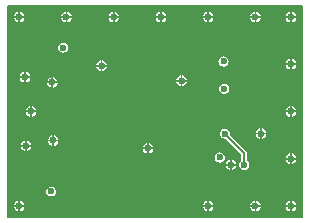
<source format=gbl>
%FSTAX23Y23*%
%MOMM*%
%SFA1B1*%

%IPPOS*%
%ADD23C,0.200000*%
%ADD25C,0.599999*%
%ADD26C,1.015998*%
%ADD48C,0.127000*%
%ADD49C,0.253999*%
%ADD50C,0.507999*%
%ADD51C,2.031996*%
%ADD52C,4.063992*%
%ADD53C,8.127984*%
%LNprogramming_dongle_pcb-1*%
%LPD*%
G54D48*
X50336Y25463D02*
X25463D01*
Y43336*
X50336*
Y25463*
G54D49*
X50209Y2559D02*
X2559D01*
Y43209*
X50209*
Y2559*
G54D50*
X49955Y25844D02*
X25844D01*
Y42955*
X49955*
Y25844*
G54D26*
X49447Y26352D02*
X26352D01*
Y42447*
X49447*
Y26352*
G54D51*
X48431Y27368D02*
X27368D01*
Y41431*
X48431*
Y27368*
G54D52*
X46399Y294D02*
X294D01*
Y39399*
X46399*
Y294*
G54D53*
X42335Y33464D02*
X33464D01*
Y35335*
X42335*
Y33464*
%LNprogramming_dongle_pcb-2*%
%LPC*%
G36*
X29199Y31862D02*
X2883D01*
X28836Y31819*
X28881Y3171*
X28954Y31616*
X29048Y31544*
X29157Y31499*
X29199Y31493*
Y31862*
G37*
G36*
X37374Y31718D02*
Y31349D01*
X37743*
X37738Y31392*
X37693Y31501*
X3762Y31595*
X37526Y31668*
X37417Y31713*
X37374Y31718*
G37*
G36*
X37224D02*
X37182Y31713D01*
X37073Y31668*
X36978Y31595*
X36906Y31501*
X36861Y31392*
X36855Y31349*
X37224*
Y31718*
G37*
G36*
X27049Y31931D02*
Y31562D01*
X27418*
X27413Y31604*
X27368Y31714*
X27295Y31808*
X27201Y3188*
X27092Y31925*
X27049Y31931*
G37*
G36*
X26899D02*
X26857Y31925D01*
X26748Y3188*
X26654Y31808*
X26581Y31714*
X26536Y31604*
X2653Y31562*
X26899*
Y31931*
G37*
G36*
X29718Y31862D02*
X29349D01*
Y31493*
X29392Y31499*
X29501Y31544*
X29595Y31616*
X29668Y3171*
X29713Y31819*
X29718Y31862*
G37*
G36*
X37224Y31199D02*
X36855D01*
X36861Y31157*
X36906Y31048*
X36978Y30954*
X37073Y30881*
X37182Y30836*
X37224Y3083*
Y31199*
G37*
G36*
X49474Y30843D02*
Y30474D01*
X49843*
X49838Y30517*
X49793Y30626*
X4972Y3072*
X49626Y30793*
X49517Y30838*
X49474Y30843*
G37*
G36*
X49324D02*
X49282Y30838D01*
X49173Y30793*
X49079Y3072*
X49006Y30626*
X48961Y30517*
X48955Y30474*
X49324*
Y30843*
G37*
G36*
X27418Y31412D02*
X27049D01*
Y31043*
X27092Y31049*
X27201Y31094*
X27295Y31166*
X27368Y3126*
X27413Y31369*
X27418Y31412*
G37*
G36*
X26899D02*
X2653D01*
X26536Y31369*
X26581Y3126*
X26654Y31166*
X26748Y31094*
X26857Y31049*
X26899Y31043*
Y31412*
G37*
G36*
X37743Y31199D02*
X37374D01*
Y3083*
X37417Y30836*
X37526Y30881*
X3762Y30954*
X37693Y31048*
X37738Y31157*
X37743Y31199*
G37*
G36*
X29199Y32381D02*
X29157Y32375D01*
X29048Y3233*
X28954Y32258*
X28881Y32164*
X28836Y32054*
X2883Y32012*
X29199*
Y32381*
G37*
G36*
X49843Y34324D02*
X49474D01*
Y33955*
X49517Y33961*
X49626Y34006*
X4972Y34079*
X49793Y34173*
X49838Y34282*
X49843Y34324*
G37*
G36*
X49324D02*
X48955D01*
X48961Y34282*
X49006Y34173*
X49079Y34079*
X49173Y34006*
X49282Y33961*
X49324Y33955*
Y34324*
G37*
G36*
X27843D02*
X27474D01*
Y33955*
X27517Y33961*
X27626Y34006*
X2772Y34079*
X27793Y34173*
X27838Y34282*
X27843Y34324*
G37*
G36*
X49324Y34843D02*
X49282Y34838D01*
X49173Y34793*
X49079Y3472*
X49006Y34626*
X48961Y34517*
X48955Y34474*
X49324*
Y34843*
G37*
G36*
X27474D02*
Y34474D01*
X27843*
X27838Y34517*
X27793Y34626*
X2772Y3472*
X27626Y34793*
X27517Y34838*
X27474Y34843*
G37*
G36*
X27324D02*
X27282Y34838D01*
X27173Y34793*
X27079Y3472*
X27006Y34626*
X26961Y34517*
X26955Y34474*
X27324*
Y34843*
G37*
G36*
X47318Y32449D02*
X46949D01*
Y3208*
X46992Y32086*
X47101Y32131*
X47195Y32204*
X47268Y32298*
X47313Y32407*
X47318Y32449*
G37*
G36*
X46799D02*
X4643D01*
X46436Y32407*
X46481Y32298*
X46554Y32204*
X46648Y32131*
X46757Y32086*
X46799Y3208*
Y32449*
G37*
G36*
X29349Y32381D02*
Y32012D01*
X29718*
X29713Y32054*
X29668Y32164*
X29595Y32258*
X29501Y3233*
X29392Y32375*
X29349Y32381*
G37*
G36*
X27324Y34324D02*
X26955D01*
X26961Y34282*
X27006Y34173*
X27079Y34079*
X27173Y34006*
X27282Y33961*
X27324Y33955*
Y34324*
G37*
G36*
X46949Y32968D02*
Y32599D01*
X47318*
X47313Y32642*
X47268Y32751*
X47195Y32845*
X47101Y32918*
X46992Y32963*
X46949Y32968*
G37*
G36*
X46799D02*
X46757Y32963D01*
X46648Y32918*
X46554Y32845*
X46481Y32751*
X46436Y32642*
X4643Y32599*
X46799*
Y32968*
G37*
G36*
X26324Y26843D02*
X26282Y26838D01*
X26173Y26793*
X26079Y2672*
X26006Y26626*
X25961Y26517*
X25955Y26474*
X26324*
Y26843*
G37*
G36*
X49843Y26324D02*
X49474D01*
Y25955*
X49517Y25961*
X49626Y26006*
X4972Y26079*
X49793Y26173*
X49838Y26282*
X49843Y26324*
G37*
G36*
X49324D02*
X48955D01*
X48961Y26282*
X49006Y26173*
X49079Y26079*
X49173Y26006*
X49282Y25961*
X49324Y25955*
Y26324*
G37*
G36*
X42474Y26843D02*
Y26474D01*
X42843*
X42838Y26517*
X42793Y26626*
X4272Y2672*
X42626Y26793*
X42517Y26838*
X42474Y26843*
G37*
G36*
X42324D02*
X42282Y26838D01*
X42173Y26793*
X42078Y2672*
X42006Y26626*
X41961Y26517*
X41955Y26474*
X42324*
Y26843*
G37*
G36*
X26474D02*
Y26474D01*
X26843*
X26838Y26517*
X26793Y26626*
X2672Y2672*
X26626Y26793*
X26517Y26838*
X26474Y26843*
G37*
G36*
X42324Y26324D02*
X41955D01*
X41961Y26282*
X42006Y26173*
X42078Y26079*
X42173Y26006*
X42282Y25961*
X42324Y25955*
Y26324*
G37*
G36*
X26843D02*
X26474D01*
Y25955*
X26517Y25961*
X26626Y26006*
X2672Y26079*
X26793Y26173*
X26838Y26282*
X26843Y26324*
G37*
G36*
X26324D02*
X25955D01*
X25961Y26282*
X26006Y26173*
X26079Y26079*
X26173Y26006*
X26282Y25961*
X26324Y25955*
Y26324*
G37*
G36*
X46843D02*
X46474D01*
Y25955*
X46517Y25961*
X46626Y26006*
X4672Y26079*
X46793Y26173*
X46838Y26282*
X46843Y26324*
G37*
G36*
X46324D02*
X45955D01*
X45961Y26282*
X46006Y26173*
X46079Y26079*
X46173Y26006*
X46282Y25961*
X46324Y25955*
Y26324*
G37*
G36*
X42843D02*
X42474D01*
Y25955*
X42517Y25961*
X42626Y26006*
X4272Y26079*
X42793Y26173*
X42838Y26282*
X42843Y26324*
G37*
G36*
X46324Y26843D02*
X46282Y26838D01*
X46173Y26793*
X46079Y2672*
X46006Y26626*
X45961Y26517*
X45955Y26474*
X46324*
Y26843*
G37*
G36*
X44399Y30318D02*
Y29949D01*
X44768*
X44763Y29992*
X44718Y30101*
X44645Y30195*
X44551Y30268*
X44442Y30313*
X44399Y30318*
G37*
G36*
X44249D02*
X44207Y30313D01*
X44098Y30268*
X44004Y30195*
X43931Y30101*
X43886Y29992*
X4388Y29949*
X44249*
Y30318*
G37*
G36*
X43815Y32948D02*
X43705Y32934D01*
X43601Y32891*
X43512Y32823*
X43444Y32734*
X43401Y3263*
X43387Y32519*
X43401Y32408*
X43444Y32305*
X43512Y32216*
X43601Y32148*
X43705Y32105*
X43815Y32091*
X43908Y32103*
X4522Y3079*
Y30234*
X45146Y30178*
X45078Y30089*
X45035Y29985*
X45021Y29874*
X45035Y29763*
X45078Y2966*
X45146Y29571*
X45235Y29503*
X45339Y2946*
X45449Y29446*
X4556Y2946*
X45664Y29503*
X45753Y29571*
X45821Y2966*
X45864Y29763*
X45878Y29874*
X45864Y29985*
X45821Y30089*
X45753Y30178*
X45679Y30234*
Y30885*
X45664Y30959*
X45661Y30973*
X45612Y31048*
X44232Y32427*
X44244Y32519*
X4423Y3263*
X44187Y32734*
X44119Y32823*
X4403Y32891*
X43926Y32934*
X43815Y32948*
G37*
G36*
X43374Y30928D02*
X43263Y30914D01*
X4316Y30871*
X43071Y30803*
X43003Y30714*
X4296Y3061*
X42946Y30499*
X4296Y30388*
X43003Y30285*
X43071Y30196*
X4316Y30128*
X43263Y30085*
X43374Y30071*
X43485Y30085*
X43589Y30128*
X43678Y30196*
X43746Y30285*
X43789Y30388*
X43803Y30499*
X43789Y3061*
X43746Y30714*
X43678Y30803*
X43589Y30871*
X43485Y30914*
X43374Y30928*
G37*
G36*
X49843Y30324D02*
X49474D01*
Y29955*
X49517Y29961*
X49626Y30006*
X4972Y30079*
X49793Y30173*
X49838Y30282*
X49843Y30324*
G37*
G36*
X49324D02*
X48955D01*
X48961Y30282*
X49006Y30173*
X49079Y30079*
X49173Y30006*
X49282Y29961*
X49324Y29955*
Y30324*
G37*
G36*
X49474Y26843D02*
Y26474D01*
X49843*
X49838Y26517*
X49793Y26626*
X4972Y2672*
X49626Y26793*
X49517Y26838*
X49474Y26843*
G37*
G36*
X49324D02*
X49282Y26838D01*
X49173Y26793*
X49079Y2672*
X49006Y26626*
X48961Y26517*
X48955Y26474*
X49324*
Y26843*
G37*
G36*
X46474D02*
Y26474D01*
X46843*
X46838Y26517*
X46793Y26626*
X4672Y2672*
X46626Y26793*
X46517Y26838*
X46474Y26843*
G37*
G36*
X44768Y29799D02*
X44399D01*
Y2943*
X44442Y29436*
X44551Y29481*
X44645Y29554*
X44718Y29648*
X44763Y29757*
X44768Y29799*
G37*
G36*
X44249D02*
X4388D01*
X43886Y29757*
X43931Y29648*
X44004Y29554*
X44098Y29481*
X44207Y29436*
X44249Y2943*
Y29799*
G37*
G36*
X29099Y28053D02*
X28988Y28039D01*
X28885Y27996*
X28796Y27928*
X28728Y27839*
X28685Y27735*
X28671Y27624*
X28685Y27513*
X28728Y2741*
X28796Y27321*
X28885Y27253*
X28988Y2721*
X29099Y27196*
X2921Y2721*
X29314Y27253*
X29403Y27321*
X29471Y2741*
X29514Y27513*
X29528Y27624*
X29514Y27735*
X29471Y27839*
X29403Y27928*
X29314Y27996*
X2921Y28039*
X29099Y28053*
G37*
G36*
X49474Y34843D02*
Y34474D01*
X49843*
X49838Y34517*
X49793Y34626*
X4972Y3472*
X49626Y34793*
X49517Y34838*
X49474Y34843*
G37*
G36*
X46843Y42324D02*
X46474D01*
Y41955*
X46517Y41961*
X46626Y42006*
X4672Y42078*
X46793Y42173*
X46838Y42282*
X46843Y42324*
G37*
G36*
X46324D02*
X45955D01*
X45961Y42282*
X46006Y42173*
X46079Y42078*
X46173Y42006*
X46282Y41961*
X46324Y41955*
Y42324*
G37*
G36*
X42843D02*
X42474D01*
Y41955*
X42517Y41961*
X42626Y42006*
X4272Y42078*
X42793Y42173*
X42838Y42282*
X42843Y42324*
G37*
G36*
X26324Y42843D02*
X26282Y42838D01*
X26173Y42793*
X26079Y4272*
X26006Y42626*
X25961Y42517*
X25955Y42474*
X26324*
Y42843*
G37*
G36*
X49843Y42324D02*
X49474D01*
Y41955*
X49517Y41961*
X49626Y42006*
X4972Y42078*
X49793Y42173*
X49838Y42282*
X49843Y42324*
G37*
G36*
X49324D02*
X48955D01*
X48961Y42282*
X49006Y42173*
X49079Y42078*
X49173Y42006*
X49282Y41961*
X49324Y41955*
Y42324*
G37*
G36*
X34843D02*
X34474D01*
Y41955*
X34517Y41961*
X34626Y42006*
X3472Y42078*
X34793Y42173*
X34838Y42282*
X34843Y42324*
G37*
G36*
X34324D02*
X33955D01*
X33961Y42282*
X34006Y42173*
X34079Y42078*
X34173Y42006*
X34282Y41961*
X34324Y41955*
Y42324*
G37*
G36*
X30843D02*
X30474D01*
Y41955*
X30517Y41961*
X30626Y42006*
X3072Y42078*
X30793Y42173*
X30838Y42282*
X30843Y42324*
G37*
G36*
X42324D02*
X41955D01*
X41961Y42282*
X42006Y42173*
X42078Y42078*
X42173Y42006*
X42282Y41961*
X42324Y41955*
Y42324*
G37*
G36*
X38843D02*
X38474D01*
Y41955*
X38517Y41961*
X38626Y42006*
X3872Y42078*
X38793Y42173*
X38838Y42282*
X38843Y42324*
G37*
G36*
X38324D02*
X37955D01*
X37961Y42282*
X38006Y42173*
X38079Y42078*
X38173Y42006*
X38282Y41961*
X38324Y41955*
Y42324*
G37*
G36*
X26474Y42843D02*
Y42474D01*
X26843*
X26838Y42517*
X26793Y42626*
X2672Y4272*
X26626Y42793*
X26517Y42838*
X26474Y42843*
G37*
G36*
X46324D02*
X46282Y42838D01*
X46173Y42793*
X46079Y4272*
X46006Y42626*
X45961Y42517*
X45955Y42474*
X46324*
Y42843*
G37*
G36*
X42474D02*
Y42474D01*
X42843*
X42838Y42517*
X42793Y42626*
X4272Y4272*
X42626Y42793*
X42517Y42838*
X42474Y42843*
G37*
G36*
X42324D02*
X42282Y42838D01*
X42173Y42793*
X42078Y4272*
X42006Y42626*
X41961Y42517*
X41955Y42474*
X42324*
Y42843*
G37*
G36*
X49474D02*
Y42474D01*
X49843*
X49838Y42517*
X49793Y42626*
X4972Y4272*
X49626Y42793*
X49517Y42838*
X49474Y42843*
G37*
G36*
X49324D02*
X49282Y42838D01*
X49173Y42793*
X49079Y4272*
X49006Y42626*
X48961Y42517*
X48955Y42474*
X49324*
Y42843*
G37*
G36*
X46474D02*
Y42474D01*
X46843*
X46838Y42517*
X46793Y42626*
X4672Y4272*
X46626Y42793*
X46517Y42838*
X46474Y42843*
G37*
G36*
X34324D02*
X34282Y42838D01*
X34173Y42793*
X34079Y4272*
X34006Y42626*
X33961Y42517*
X33955Y42474*
X34324*
Y42843*
G37*
G36*
X30474D02*
Y42474D01*
X30843*
X30838Y42517*
X30793Y42626*
X3072Y4272*
X30626Y42793*
X30517Y42838*
X30474Y42843*
G37*
G36*
X30324D02*
X30282Y42838D01*
X30173Y42793*
X30079Y4272*
X30006Y42626*
X29961Y42517*
X29955Y42474*
X30324*
Y42843*
G37*
G36*
X38474D02*
Y42474D01*
X38843*
X38838Y42517*
X38793Y42626*
X3872Y4272*
X38626Y42793*
X38517Y42838*
X38474Y42843*
G37*
G36*
X38324D02*
X38282Y42838D01*
X38173Y42793*
X38079Y4272*
X38006Y42626*
X37961Y42517*
X37955Y42474*
X38324*
Y42843*
G37*
G36*
X34474D02*
Y42474D01*
X34843*
X34838Y42517*
X34793Y42626*
X3472Y4272*
X34626Y42793*
X34517Y42838*
X34474Y42843*
G37*
G36*
X30324Y42324D02*
X29955D01*
X29961Y42282*
X30006Y42173*
X30079Y42078*
X30173Y42006*
X30282Y41961*
X30324Y41955*
Y42324*
G37*
G36*
X29274Y37306D02*
Y36937D01*
X29643*
X29638Y36979*
X29593Y37089*
X2952Y37183*
X29426Y37255*
X29317Y373*
X29274Y37306*
G37*
G36*
X29124D02*
X29082Y373D01*
X28973Y37255*
X28879Y37183*
X28806Y37089*
X28761Y36979*
X28755Y36937*
X29124*
Y37306*
G37*
G36*
X27343Y37237D02*
X26974D01*
Y36868*
X27017Y36874*
X27126Y36919*
X2722Y36991*
X27293Y37085*
X27338Y37194*
X27343Y37237*
G37*
G36*
X26824Y37756D02*
X26782Y3775D01*
X26673Y37705*
X26579Y37633*
X26506Y37539*
X26461Y37429*
X26455Y37387*
X26824*
Y37756*
G37*
G36*
X40224Y37443D02*
Y37074D01*
X40593*
X40588Y37117*
X40543Y37226*
X4047Y3732*
X40376Y37393*
X40267Y37438*
X40224Y37443*
G37*
G36*
X40074D02*
X40032Y37438D01*
X39923Y37393*
X39829Y3732*
X39756Y37226*
X39711Y37117*
X39705Y37074*
X40074*
Y37443*
G37*
G36*
X29643Y36787D02*
X29274D01*
Y36418*
X29317Y36424*
X29426Y36469*
X2952Y36541*
X29593Y36635*
X29638Y36744*
X29643Y36787*
G37*
G36*
X29124D02*
X28755D01*
X28761Y36744*
X28806Y36635*
X28879Y36541*
X28973Y36469*
X29082Y36424*
X29124Y36418*
Y36787*
G37*
G36*
X43749Y36753D02*
X43638Y36739D01*
X43535Y36696*
X43446Y36628*
X43378Y36539*
X43335Y36435*
X43321Y36324*
X43335Y36214*
X43378Y3611*
X43446Y36021*
X43535Y35953*
X43638Y3591*
X43749Y35896*
X4386Y3591*
X43964Y35953*
X44053Y36021*
X44121Y3611*
X44164Y36214*
X44178Y36324*
X44164Y36435*
X44121Y36539*
X44053Y36628*
X43964Y36696*
X4386Y36739*
X43749Y36753*
G37*
G36*
X26824Y37237D02*
X26455D01*
X26461Y37194*
X26506Y37085*
X26579Y36991*
X26673Y36919*
X26782Y36874*
X26824Y36868*
Y37237*
G37*
G36*
X40593Y36924D02*
X40224D01*
Y36555*
X40267Y36561*
X40376Y36606*
X4047Y36679*
X40543Y36773*
X40588Y36882*
X40593Y36924*
G37*
G36*
X40074D02*
X39705D01*
X39711Y36882*
X39756Y36773*
X39829Y36679*
X39923Y36606*
X40032Y36561*
X40074Y36555*
Y36924*
G37*
G36*
X26974Y37756D02*
Y37387D01*
X27343*
X27338Y37429*
X27293Y37539*
X2722Y37633*
X27126Y37705*
X27017Y3775*
X26974Y37756*
G37*
G36*
X49474Y38843D02*
Y38474D01*
X49843*
X49838Y38517*
X49793Y38626*
X4972Y3872*
X49626Y38793*
X49517Y38838*
X49474Y38843*
G37*
G36*
X49324D02*
X49282Y38838D01*
X49173Y38793*
X49079Y3872*
X49006Y38626*
X48961Y38517*
X48955Y38474*
X49324*
Y38843*
G37*
G36*
X33449Y38718D02*
Y38349D01*
X33818*
X33813Y38392*
X33768Y38501*
X33695Y38595*
X33601Y38668*
X33492Y38713*
X33449Y38718*
G37*
G36*
X26843Y42324D02*
X26474D01*
Y41955*
X26517Y41961*
X26626Y42006*
X2672Y42078*
X26793Y42173*
X26838Y42282*
X26843Y42324*
G37*
G36*
X26324D02*
X25955D01*
X25961Y42282*
X26006Y42173*
X26079Y42078*
X26173Y42006*
X26282Y41961*
X26324Y41955*
Y42324*
G37*
G36*
X30124Y40228D02*
X30013Y40214D01*
X2991Y40171*
X29821Y40103*
X29753Y40014*
X2971Y3991*
X29696Y39799*
X2971Y39688*
X29753Y39585*
X29821Y39496*
X2991Y39428*
X30013Y39385*
X30124Y39371*
X30235Y39385*
X30339Y39428*
X30428Y39496*
X30496Y39585*
X30539Y39688*
X30553Y39799*
X30539Y3991*
X30496Y40014*
X30428Y40103*
X30339Y40171*
X30235Y40214*
X30124Y40228*
G37*
G36*
X49324Y38324D02*
X48955D01*
X48961Y38282*
X49006Y38173*
X49079Y38079*
X49173Y38006*
X49282Y37961*
X49324Y37955*
Y38324*
G37*
G36*
X33818Y38199D02*
X33449D01*
Y3783*
X33492Y37836*
X33601Y37881*
X33695Y37954*
X33768Y38048*
X33813Y38157*
X33818Y38199*
G37*
G36*
X33299D02*
X3293D01*
X32936Y38157*
X32981Y38048*
X33054Y37954*
X33148Y37881*
X33257Y37836*
X33299Y3783*
Y38199*
G37*
G36*
Y38718D02*
X33257Y38713D01*
X33148Y38668*
X33054Y38595*
X32981Y38501*
X32936Y38392*
X3293Y38349*
X33299*
Y38718*
G37*
G36*
X43699Y39053D02*
X43589Y39039D01*
X43485Y38996*
X43396Y38928*
X43328Y38839*
X43285Y38735*
X43271Y38624*
X43285Y38513*
X43328Y3841*
X43396Y38321*
X43485Y38253*
X43589Y3821*
X43699Y38196*
X4381Y3821*
X43914Y38253*
X44003Y38321*
X44071Y3841*
X44114Y38513*
X44128Y38624*
X44114Y38735*
X44071Y38839*
X44003Y38928*
X43914Y38996*
X4381Y39039*
X43699Y39053*
G37*
G36*
X49843Y38324D02*
X49474D01*
Y37955*
X49517Y37961*
X49626Y38006*
X4972Y38079*
X49793Y38173*
X49838Y38282*
X49843Y38324*
G37*
%LNprogramming_dongle_pcb-3*%
%LPD*%
G54D23*
X43815Y32519D02*
X45449Y30885D01*
Y29874D02*
Y30885D01*
G54D25*
X43699Y38624D03*
X43749Y36324D03*
X46874Y32524D03*
X45449Y29874D03*
X43815Y32519D03*
X43374Y30499D03*
X29199Y36862D03*
X29274Y31937D03*
X26974Y31487D03*
X26899Y37312D03*
X26399Y26399D03*
X33374Y38274D03*
X42399Y26399D03*
X46399D03*
X49399Y30399D03*
Y26399D03*
Y34399D03*
Y38399D03*
X40149Y36999D03*
X37299Y31274D03*
X27399Y34399D03*
X49399Y42399D03*
X26399D03*
X42399D03*
X34399D03*
X30399D03*
X38399D03*
X46399D03*
X29099Y27624D03*
X30124Y39799D03*
X44324Y29874D03*
M02*
</source>
